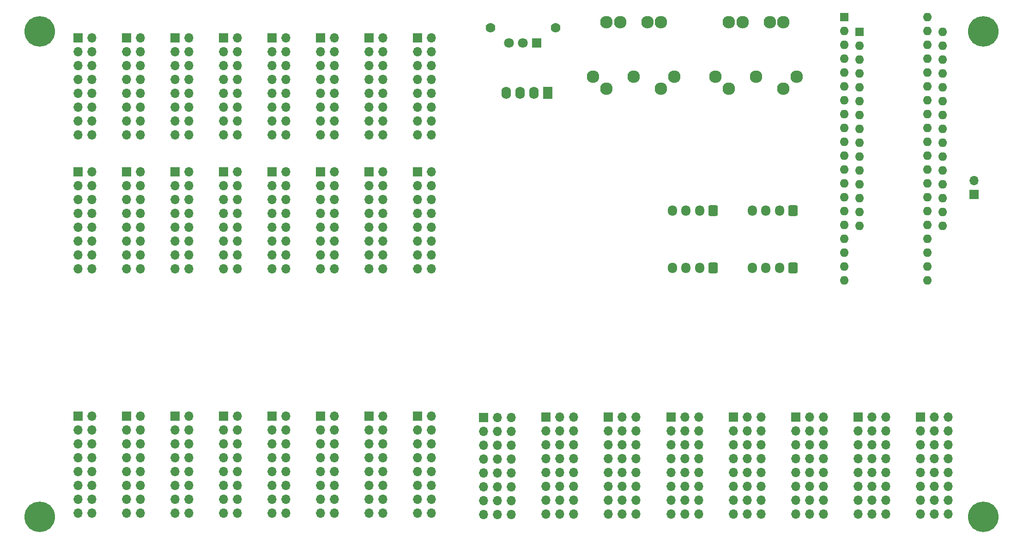
<source format=gbs>
G04 #@! TF.GenerationSoftware,KiCad,Pcbnew,6.0.4*
G04 #@! TF.CreationDate,2022-06-03T16:07:39+02:00*
G04 #@! TF.ProjectId,OpenDeck-r3.0.1,4f70656e-4465-4636-9b2d-72332e302e31,rev?*
G04 #@! TF.SameCoordinates,Original*
G04 #@! TF.FileFunction,Soldermask,Bot*
G04 #@! TF.FilePolarity,Negative*
%FSLAX46Y46*%
G04 Gerber Fmt 4.6, Leading zero omitted, Abs format (unit mm)*
G04 Created by KiCad (PCBNEW 6.0.4) date 2022-06-03 16:07:39*
%MOMM*%
%LPD*%
G01*
G04 APERTURE LIST*
G04 Aperture macros list*
%AMRoundRect*
0 Rectangle with rounded corners*
0 $1 Rounding radius*
0 $2 $3 $4 $5 $6 $7 $8 $9 X,Y pos of 4 corners*
0 Add a 4 corners polygon primitive as box body*
4,1,4,$2,$3,$4,$5,$6,$7,$8,$9,$2,$3,0*
0 Add four circle primitives for the rounded corners*
1,1,$1+$1,$2,$3*
1,1,$1+$1,$4,$5*
1,1,$1+$1,$6,$7*
1,1,$1+$1,$8,$9*
0 Add four rect primitives between the rounded corners*
20,1,$1+$1,$2,$3,$4,$5,0*
20,1,$1+$1,$4,$5,$6,$7,0*
20,1,$1+$1,$6,$7,$8,$9,0*
20,1,$1+$1,$8,$9,$2,$3,0*%
G04 Aperture macros list end*
%ADD10R,1.700000X1.700000*%
%ADD11O,1.700000X1.700000*%
%ADD12C,5.600000*%
%ADD13RoundRect,0.250000X0.600000X0.725000X-0.600000X0.725000X-0.600000X-0.725000X0.600000X-0.725000X0*%
%ADD14O,1.700000X1.950000*%
%ADD15C,2.300000*%
%ADD16R,1.600000X1.600000*%
%ADD17O,1.600000X1.600000*%
%ADD18R,1.750000X2.250000*%
%ADD19O,1.750000X2.250000*%
%ADD20C,1.778000*%
%ADD21R,1.800000X1.800000*%
%ADD22C,1.800000*%
G04 APERTURE END LIST*
D10*
X166365000Y-100775000D03*
D11*
X166365000Y-103315000D03*
X166365000Y-105855000D03*
X166365000Y-108395000D03*
X166365000Y-110935000D03*
X166365000Y-113475000D03*
X166365000Y-116015000D03*
X166365000Y-118555000D03*
X168905000Y-100775000D03*
X168905000Y-103315000D03*
X168905000Y-105855000D03*
X168905000Y-108395000D03*
X168905000Y-110935000D03*
X168905000Y-113475000D03*
X168905000Y-116015000D03*
X168905000Y-118555000D03*
X171445000Y-100775000D03*
X171445000Y-103315000D03*
X171445000Y-105855000D03*
X171445000Y-108395000D03*
X171445000Y-110935000D03*
X171445000Y-113475000D03*
X171445000Y-116015000D03*
X171445000Y-118555000D03*
D12*
X258000000Y-30000000D03*
D13*
X208474000Y-73406000D03*
D14*
X205974000Y-73406000D03*
X203474000Y-73406000D03*
X200974000Y-73406000D03*
D10*
X256286000Y-59944000D03*
D11*
X256286000Y-57404000D03*
D13*
X223123000Y-62882000D03*
D14*
X220623000Y-62882000D03*
X218123000Y-62882000D03*
X215623000Y-62882000D03*
D15*
X208908000Y-38313000D03*
X216358000Y-38313000D03*
X223808000Y-38313000D03*
X211358000Y-40513000D03*
X221358000Y-40513000D03*
X221358000Y-28363000D03*
X211358000Y-28363000D03*
X213858000Y-28363000D03*
X218858000Y-28363000D03*
D16*
X235331000Y-30084000D03*
D17*
X235331000Y-32624000D03*
X235331000Y-35164000D03*
X235331000Y-37704000D03*
X235331000Y-40244000D03*
X235331000Y-42784000D03*
X235331000Y-45324000D03*
X235331000Y-47864000D03*
X235331000Y-50404000D03*
X235331000Y-52944000D03*
X235331000Y-55484000D03*
X235331000Y-58024000D03*
X235331000Y-60564000D03*
X235331000Y-63104000D03*
X235331000Y-65644000D03*
X250571000Y-65644000D03*
X250571000Y-63104000D03*
X250571000Y-60564000D03*
X250571000Y-58024000D03*
X250571000Y-55484000D03*
X250571000Y-52944000D03*
X250571000Y-50404000D03*
X250571000Y-47864000D03*
X250571000Y-45324000D03*
X250571000Y-42784000D03*
X250571000Y-40244000D03*
X250571000Y-37704000D03*
X250571000Y-35164000D03*
X250571000Y-32624000D03*
X250571000Y-30084000D03*
D10*
X223652000Y-100745000D03*
D11*
X223652000Y-103285000D03*
X223652000Y-105825000D03*
X223652000Y-108365000D03*
X223652000Y-110905000D03*
X223652000Y-113445000D03*
X223652000Y-115985000D03*
X223652000Y-118525000D03*
X226192000Y-100745000D03*
X226192000Y-103285000D03*
X226192000Y-105825000D03*
X226192000Y-108365000D03*
X226192000Y-110905000D03*
X226192000Y-113445000D03*
X226192000Y-115985000D03*
X226192000Y-118525000D03*
X228732000Y-100745000D03*
X228732000Y-103285000D03*
X228732000Y-105825000D03*
X228732000Y-108365000D03*
X228732000Y-110905000D03*
X228732000Y-113445000D03*
X228732000Y-115985000D03*
X228732000Y-118525000D03*
D10*
X100930596Y-100545916D03*
D11*
X103470596Y-100545916D03*
X100930596Y-103085916D03*
X103470596Y-103085916D03*
X100930596Y-105625916D03*
X103470596Y-105625916D03*
X100930596Y-108165916D03*
X103470596Y-108165916D03*
X100930596Y-110705916D03*
X103470596Y-110705916D03*
X100930596Y-113245916D03*
X103470596Y-113245916D03*
X100930596Y-115785916D03*
X103470596Y-115785916D03*
X100930596Y-118325916D03*
X103470596Y-118325916D03*
D13*
X223139000Y-73406000D03*
D14*
X220639000Y-73406000D03*
X218139000Y-73406000D03*
X215639000Y-73406000D03*
D18*
X178181000Y-41275000D03*
D19*
X175641000Y-41275000D03*
X173101000Y-41275000D03*
X170561000Y-41275000D03*
D10*
X92075000Y-55753000D03*
D11*
X94615000Y-55753000D03*
X92075000Y-58293000D03*
X94615000Y-58293000D03*
X92075000Y-60833000D03*
X94615000Y-60833000D03*
X92075000Y-63373000D03*
X94615000Y-63373000D03*
X92075000Y-65913000D03*
X94615000Y-65913000D03*
X92075000Y-68453000D03*
X94615000Y-68453000D03*
X92075000Y-70993000D03*
X94615000Y-70993000D03*
X92075000Y-73533000D03*
X94615000Y-73533000D03*
D10*
X109855000Y-55753000D03*
D11*
X112395000Y-55753000D03*
X109855000Y-58293000D03*
X112395000Y-58293000D03*
X109855000Y-60833000D03*
X112395000Y-60833000D03*
X109855000Y-63373000D03*
X112395000Y-63373000D03*
X109855000Y-65913000D03*
X112395000Y-65913000D03*
X109855000Y-68453000D03*
X112395000Y-68453000D03*
X109855000Y-70993000D03*
X112395000Y-70993000D03*
X109855000Y-73533000D03*
X112395000Y-73533000D03*
D10*
X136525000Y-31242000D03*
D11*
X139065000Y-31242000D03*
X136525000Y-33782000D03*
X139065000Y-33782000D03*
X136525000Y-36322000D03*
X139065000Y-36322000D03*
X136525000Y-38862000D03*
X139065000Y-38862000D03*
X136525000Y-41402000D03*
X139065000Y-41402000D03*
X136525000Y-43942000D03*
X139065000Y-43942000D03*
X136525000Y-46482000D03*
X139065000Y-46482000D03*
X136525000Y-49022000D03*
X139065000Y-49022000D03*
D10*
X109855000Y-31242000D03*
D11*
X112395000Y-31242000D03*
X109855000Y-33782000D03*
X112395000Y-33782000D03*
X109855000Y-36322000D03*
X112395000Y-36322000D03*
X109855000Y-38862000D03*
X112395000Y-38862000D03*
X109855000Y-41402000D03*
X112395000Y-41402000D03*
X109855000Y-43942000D03*
X112395000Y-43942000D03*
X109855000Y-46482000D03*
X112395000Y-46482000D03*
X109855000Y-49022000D03*
X112395000Y-49022000D03*
D12*
X258000000Y-119000000D03*
D10*
X100965000Y-55753000D03*
D11*
X103505000Y-55753000D03*
X100965000Y-58293000D03*
X103505000Y-58293000D03*
X100965000Y-60833000D03*
X103505000Y-60833000D03*
X100965000Y-63373000D03*
X103505000Y-63373000D03*
X100965000Y-65913000D03*
X103505000Y-65913000D03*
X100965000Y-68453000D03*
X103505000Y-68453000D03*
X100965000Y-70993000D03*
X103505000Y-70993000D03*
X100965000Y-73533000D03*
X103505000Y-73533000D03*
D10*
X136490596Y-100545916D03*
D11*
X139030596Y-100545916D03*
X136490596Y-103085916D03*
X139030596Y-103085916D03*
X136490596Y-105625916D03*
X139030596Y-105625916D03*
X136490596Y-108165916D03*
X139030596Y-108165916D03*
X136490596Y-110705916D03*
X139030596Y-110705916D03*
X136490596Y-113245916D03*
X139030596Y-113245916D03*
X136490596Y-115785916D03*
X139030596Y-115785916D03*
X136490596Y-118325916D03*
X139030596Y-118325916D03*
D10*
X92075000Y-31242000D03*
D11*
X94615000Y-31242000D03*
X92075000Y-33782000D03*
X94615000Y-33782000D03*
X92075000Y-36322000D03*
X94615000Y-36322000D03*
X92075000Y-38862000D03*
X94615000Y-38862000D03*
X92075000Y-41402000D03*
X94615000Y-41402000D03*
X92075000Y-43942000D03*
X94615000Y-43942000D03*
X92075000Y-46482000D03*
X94615000Y-46482000D03*
X92075000Y-49022000D03*
X94615000Y-49022000D03*
D10*
X92040596Y-100530916D03*
D11*
X94580596Y-100530916D03*
X92040596Y-103070916D03*
X94580596Y-103070916D03*
X92040596Y-105610916D03*
X94580596Y-105610916D03*
X92040596Y-108150916D03*
X94580596Y-108150916D03*
X92040596Y-110690916D03*
X94580596Y-110690916D03*
X92040596Y-113230916D03*
X94580596Y-113230916D03*
X92040596Y-115770916D03*
X94580596Y-115770916D03*
X92040596Y-118310916D03*
X94580596Y-118310916D03*
D16*
X232537000Y-27432000D03*
D17*
X232537000Y-29972000D03*
X232537000Y-32512000D03*
X232537000Y-35052000D03*
X232537000Y-37592000D03*
X232537000Y-40132000D03*
X232537000Y-42672000D03*
X232537000Y-45212000D03*
X232537000Y-47752000D03*
X232537000Y-50292000D03*
X232537000Y-52832000D03*
X232537000Y-55372000D03*
X232537000Y-57912000D03*
X232537000Y-60452000D03*
X232537000Y-62992000D03*
X232537000Y-65532000D03*
X232537000Y-68072000D03*
X232537000Y-70612000D03*
X232537000Y-73152000D03*
X232537000Y-75692000D03*
X247777000Y-75692000D03*
X247777000Y-73152000D03*
X247777000Y-70612000D03*
X247777000Y-68072000D03*
X247777000Y-65532000D03*
X247777000Y-62992000D03*
X247777000Y-60452000D03*
X247777000Y-57912000D03*
X247777000Y-55372000D03*
X247777000Y-52832000D03*
X247777000Y-50292000D03*
X247777000Y-47752000D03*
X247777000Y-45212000D03*
X247777000Y-42672000D03*
X247777000Y-40132000D03*
X247777000Y-37592000D03*
X247777000Y-35052000D03*
X247777000Y-32512000D03*
X247777000Y-29972000D03*
X247777000Y-27432000D03*
D13*
X208474000Y-62882000D03*
D14*
X205974000Y-62882000D03*
X203474000Y-62882000D03*
X200974000Y-62882000D03*
D10*
X246507000Y-100745000D03*
D11*
X246507000Y-103285000D03*
X246507000Y-105825000D03*
X246507000Y-108365000D03*
X246507000Y-110905000D03*
X246507000Y-113445000D03*
X246507000Y-115985000D03*
X246507000Y-118525000D03*
X249047000Y-100745000D03*
X249047000Y-103285000D03*
X249047000Y-105825000D03*
X249047000Y-108365000D03*
X249047000Y-110905000D03*
X249047000Y-113445000D03*
X249047000Y-115985000D03*
X249047000Y-118525000D03*
X251587000Y-100745000D03*
X251587000Y-103285000D03*
X251587000Y-105825000D03*
X251587000Y-108365000D03*
X251587000Y-110905000D03*
X251587000Y-113445000D03*
X251587000Y-115985000D03*
X251587000Y-118525000D03*
D10*
X136525000Y-55753000D03*
D11*
X139065000Y-55753000D03*
X136525000Y-58293000D03*
X139065000Y-58293000D03*
X136525000Y-60833000D03*
X139065000Y-60833000D03*
X136525000Y-63373000D03*
X139065000Y-63373000D03*
X136525000Y-65913000D03*
X139065000Y-65913000D03*
X136525000Y-68453000D03*
X139065000Y-68453000D03*
X136525000Y-70993000D03*
X139065000Y-70993000D03*
X136525000Y-73533000D03*
X139065000Y-73533000D03*
D10*
X145415000Y-31242000D03*
D11*
X147955000Y-31242000D03*
X145415000Y-33782000D03*
X147955000Y-33782000D03*
X145415000Y-36322000D03*
X147955000Y-36322000D03*
X145415000Y-38862000D03*
X147955000Y-38862000D03*
X145415000Y-41402000D03*
X147955000Y-41402000D03*
X145415000Y-43942000D03*
X147955000Y-43942000D03*
X145415000Y-46482000D03*
X147955000Y-46482000D03*
X145415000Y-49022000D03*
X147955000Y-49022000D03*
D10*
X127635000Y-31242000D03*
D11*
X130175000Y-31242000D03*
X127635000Y-33782000D03*
X130175000Y-33782000D03*
X127635000Y-36322000D03*
X130175000Y-36322000D03*
X127635000Y-38862000D03*
X130175000Y-38862000D03*
X127635000Y-41402000D03*
X130175000Y-41402000D03*
X127635000Y-43942000D03*
X130175000Y-43942000D03*
X127635000Y-46482000D03*
X130175000Y-46482000D03*
X127635000Y-49022000D03*
X130175000Y-49022000D03*
D15*
X186458000Y-38313000D03*
X193908000Y-38313000D03*
X201358000Y-38313000D03*
X188908000Y-40513000D03*
X198908000Y-40513000D03*
X198908000Y-28363000D03*
X188908000Y-28363000D03*
X191408000Y-28363000D03*
X196408000Y-28363000D03*
D10*
X145415000Y-55753000D03*
D11*
X147955000Y-55753000D03*
X145415000Y-58293000D03*
X147955000Y-58293000D03*
X145415000Y-60833000D03*
X147955000Y-60833000D03*
X145415000Y-63373000D03*
X147955000Y-63373000D03*
X145415000Y-65913000D03*
X147955000Y-65913000D03*
X145415000Y-68453000D03*
X147955000Y-68453000D03*
X145415000Y-70993000D03*
X147955000Y-70993000D03*
X145415000Y-73533000D03*
X147955000Y-73533000D03*
D10*
X109820596Y-100545916D03*
D11*
X112360596Y-100545916D03*
X109820596Y-103085916D03*
X112360596Y-103085916D03*
X109820596Y-105625916D03*
X112360596Y-105625916D03*
X109820596Y-108165916D03*
X112360596Y-108165916D03*
X109820596Y-110705916D03*
X112360596Y-110705916D03*
X109820596Y-113245916D03*
X112360596Y-113245916D03*
X109820596Y-115785916D03*
X112360596Y-115785916D03*
X109820596Y-118325916D03*
X112360596Y-118325916D03*
D10*
X118745000Y-31242000D03*
D11*
X121285000Y-31242000D03*
X118745000Y-33782000D03*
X121285000Y-33782000D03*
X118745000Y-36322000D03*
X121285000Y-36322000D03*
X118745000Y-38862000D03*
X121285000Y-38862000D03*
X118745000Y-41402000D03*
X121285000Y-41402000D03*
X118745000Y-43942000D03*
X121285000Y-43942000D03*
X118745000Y-46482000D03*
X121285000Y-46482000D03*
X118745000Y-49022000D03*
X121285000Y-49022000D03*
D10*
X127635000Y-55753000D03*
D11*
X130175000Y-55753000D03*
X127635000Y-58293000D03*
X130175000Y-58293000D03*
X127635000Y-60833000D03*
X130175000Y-60833000D03*
X127635000Y-63373000D03*
X130175000Y-63373000D03*
X127635000Y-65913000D03*
X130175000Y-65913000D03*
X127635000Y-68453000D03*
X130175000Y-68453000D03*
X127635000Y-70993000D03*
X130175000Y-70993000D03*
X127635000Y-73533000D03*
X130175000Y-73533000D03*
D10*
X127600596Y-100545916D03*
D11*
X130140596Y-100545916D03*
X127600596Y-103085916D03*
X130140596Y-103085916D03*
X127600596Y-105625916D03*
X130140596Y-105625916D03*
X127600596Y-108165916D03*
X130140596Y-108165916D03*
X127600596Y-110705916D03*
X130140596Y-110705916D03*
X127600596Y-113245916D03*
X130140596Y-113245916D03*
X127600596Y-115785916D03*
X130140596Y-115785916D03*
X127600596Y-118325916D03*
X130140596Y-118325916D03*
D10*
X200792000Y-100745000D03*
D11*
X200792000Y-103285000D03*
X200792000Y-105825000D03*
X200792000Y-108365000D03*
X200792000Y-110905000D03*
X200792000Y-113445000D03*
X200792000Y-115985000D03*
X200792000Y-118525000D03*
X203332000Y-100745000D03*
X203332000Y-103285000D03*
X203332000Y-105825000D03*
X203332000Y-108365000D03*
X203332000Y-110905000D03*
X203332000Y-113445000D03*
X203332000Y-115985000D03*
X203332000Y-118525000D03*
X205872000Y-100745000D03*
X205872000Y-103285000D03*
X205872000Y-105825000D03*
X205872000Y-108365000D03*
X205872000Y-110905000D03*
X205872000Y-113445000D03*
X205872000Y-115985000D03*
X205872000Y-118525000D03*
D12*
X85000000Y-119000000D03*
D10*
X177800000Y-100760000D03*
D11*
X177800000Y-103300000D03*
X177800000Y-105840000D03*
X177800000Y-108380000D03*
X177800000Y-110920000D03*
X177800000Y-113460000D03*
X177800000Y-116000000D03*
X177800000Y-118540000D03*
X180340000Y-100760000D03*
X180340000Y-103300000D03*
X180340000Y-105840000D03*
X180340000Y-108380000D03*
X180340000Y-110920000D03*
X180340000Y-113460000D03*
X180340000Y-116000000D03*
X180340000Y-118540000D03*
X182880000Y-100760000D03*
X182880000Y-103300000D03*
X182880000Y-105840000D03*
X182880000Y-108380000D03*
X182880000Y-110920000D03*
X182880000Y-113460000D03*
X182880000Y-116000000D03*
X182880000Y-118540000D03*
D12*
X85000000Y-30000000D03*
D10*
X154305000Y-55753000D03*
D11*
X156845000Y-55753000D03*
X154305000Y-58293000D03*
X156845000Y-58293000D03*
X154305000Y-60833000D03*
X156845000Y-60833000D03*
X154305000Y-63373000D03*
X156845000Y-63373000D03*
X154305000Y-65913000D03*
X156845000Y-65913000D03*
X154305000Y-68453000D03*
X156845000Y-68453000D03*
X154305000Y-70993000D03*
X156845000Y-70993000D03*
X154305000Y-73533000D03*
X156845000Y-73533000D03*
D10*
X189230000Y-100760000D03*
D11*
X189230000Y-103300000D03*
X189230000Y-105840000D03*
X189230000Y-108380000D03*
X189230000Y-110920000D03*
X189230000Y-113460000D03*
X189230000Y-116000000D03*
X189230000Y-118540000D03*
X191770000Y-100760000D03*
X191770000Y-103300000D03*
X191770000Y-105840000D03*
X191770000Y-108380000D03*
X191770000Y-110920000D03*
X191770000Y-113460000D03*
X191770000Y-116000000D03*
X191770000Y-118540000D03*
X194310000Y-100760000D03*
X194310000Y-103300000D03*
X194310000Y-105840000D03*
X194310000Y-108380000D03*
X194310000Y-110920000D03*
X194310000Y-113460000D03*
X194310000Y-116000000D03*
X194310000Y-118540000D03*
D20*
X179578000Y-29337000D03*
X167640000Y-29337000D03*
D21*
X176149000Y-32131000D03*
D22*
X173609000Y-32131000D03*
X171069000Y-32131000D03*
D10*
X154265596Y-100560916D03*
D11*
X156805596Y-100560916D03*
X154265596Y-103100916D03*
X156805596Y-103100916D03*
X154265596Y-105640916D03*
X156805596Y-105640916D03*
X154265596Y-108180916D03*
X156805596Y-108180916D03*
X154265596Y-110720916D03*
X156805596Y-110720916D03*
X154265596Y-113260916D03*
X156805596Y-113260916D03*
X154265596Y-115800916D03*
X156805596Y-115800916D03*
X154265596Y-118340916D03*
X156805596Y-118340916D03*
D10*
X154305000Y-31242000D03*
D11*
X156845000Y-31242000D03*
X154305000Y-33782000D03*
X156845000Y-33782000D03*
X154305000Y-36322000D03*
X156845000Y-36322000D03*
X154305000Y-38862000D03*
X156845000Y-38862000D03*
X154305000Y-41402000D03*
X156845000Y-41402000D03*
X154305000Y-43942000D03*
X156845000Y-43942000D03*
X154305000Y-46482000D03*
X156845000Y-46482000D03*
X154305000Y-49022000D03*
X156845000Y-49022000D03*
D10*
X212217000Y-100760000D03*
D11*
X212217000Y-103300000D03*
X212217000Y-105840000D03*
X212217000Y-108380000D03*
X212217000Y-110920000D03*
X212217000Y-113460000D03*
X212217000Y-116000000D03*
X212217000Y-118540000D03*
X214757000Y-100760000D03*
X214757000Y-103300000D03*
X214757000Y-105840000D03*
X214757000Y-108380000D03*
X214757000Y-110920000D03*
X214757000Y-113460000D03*
X214757000Y-116000000D03*
X214757000Y-118540000D03*
X217297000Y-100760000D03*
X217297000Y-103300000D03*
X217297000Y-105840000D03*
X217297000Y-108380000D03*
X217297000Y-110920000D03*
X217297000Y-113460000D03*
X217297000Y-116000000D03*
X217297000Y-118540000D03*
D10*
X145380596Y-100560916D03*
D11*
X147920596Y-100560916D03*
X145380596Y-103100916D03*
X147920596Y-103100916D03*
X145380596Y-105640916D03*
X147920596Y-105640916D03*
X145380596Y-108180916D03*
X147920596Y-108180916D03*
X145380596Y-110720916D03*
X147920596Y-110720916D03*
X145380596Y-113260916D03*
X147920596Y-113260916D03*
X145380596Y-115800916D03*
X147920596Y-115800916D03*
X145380596Y-118340916D03*
X147920596Y-118340916D03*
D10*
X118710596Y-100545916D03*
D11*
X121250596Y-100545916D03*
X118710596Y-103085916D03*
X121250596Y-103085916D03*
X118710596Y-105625916D03*
X121250596Y-105625916D03*
X118710596Y-108165916D03*
X121250596Y-108165916D03*
X118710596Y-110705916D03*
X121250596Y-110705916D03*
X118710596Y-113245916D03*
X121250596Y-113245916D03*
X118710596Y-115785916D03*
X121250596Y-115785916D03*
X118710596Y-118325916D03*
X121250596Y-118325916D03*
D10*
X100965000Y-31242000D03*
D11*
X103505000Y-31242000D03*
X100965000Y-33782000D03*
X103505000Y-33782000D03*
X100965000Y-36322000D03*
X103505000Y-36322000D03*
X100965000Y-38862000D03*
X103505000Y-38862000D03*
X100965000Y-41402000D03*
X103505000Y-41402000D03*
X100965000Y-43942000D03*
X103505000Y-43942000D03*
X100965000Y-46482000D03*
X103505000Y-46482000D03*
X100965000Y-49022000D03*
X103505000Y-49022000D03*
D10*
X235072000Y-100760000D03*
D11*
X235072000Y-103300000D03*
X235072000Y-105840000D03*
X235072000Y-108380000D03*
X235072000Y-110920000D03*
X235072000Y-113460000D03*
X235072000Y-116000000D03*
X235072000Y-118540000D03*
X237612000Y-100760000D03*
X237612000Y-103300000D03*
X237612000Y-105840000D03*
X237612000Y-108380000D03*
X237612000Y-110920000D03*
X237612000Y-113460000D03*
X237612000Y-116000000D03*
X237612000Y-118540000D03*
X240152000Y-100760000D03*
X240152000Y-103300000D03*
X240152000Y-105840000D03*
X240152000Y-108380000D03*
X240152000Y-110920000D03*
X240152000Y-113460000D03*
X240152000Y-116000000D03*
X240152000Y-118540000D03*
D10*
X118745000Y-55753000D03*
D11*
X121285000Y-55753000D03*
X118745000Y-58293000D03*
X121285000Y-58293000D03*
X118745000Y-60833000D03*
X121285000Y-60833000D03*
X118745000Y-63373000D03*
X121285000Y-63373000D03*
X118745000Y-65913000D03*
X121285000Y-65913000D03*
X118745000Y-68453000D03*
X121285000Y-68453000D03*
X118745000Y-70993000D03*
X121285000Y-70993000D03*
X118745000Y-73533000D03*
X121285000Y-73533000D03*
M02*

</source>
